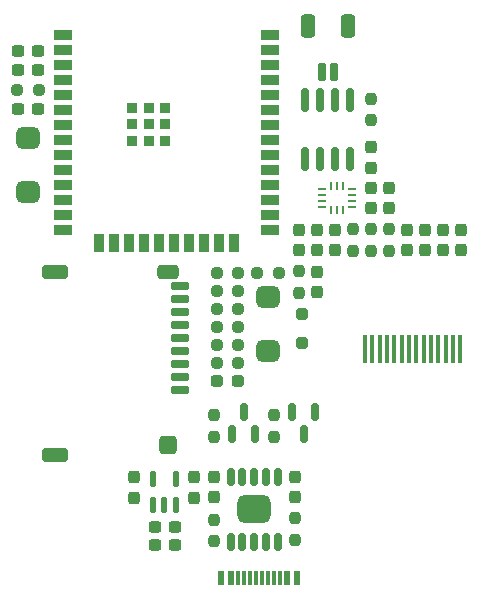
<source format=gbr>
%TF.GenerationSoftware,KiCad,Pcbnew,(7.0.0)*%
%TF.CreationDate,2023-02-28T10:18:41+08:00*%
%TF.ProjectId,ESP32_DK,45535033-325f-4444-9b2e-6b696361645f,rev?*%
%TF.SameCoordinates,Original*%
%TF.FileFunction,Paste,Top*%
%TF.FilePolarity,Positive*%
%FSLAX46Y46*%
G04 Gerber Fmt 4.6, Leading zero omitted, Abs format (unit mm)*
G04 Created by KiCad (PCBNEW (7.0.0)) date 2023-02-28 10:18:41*
%MOMM*%
%LPD*%
G01*
G04 APERTURE LIST*
G04 Aperture macros list*
%AMRoundRect*
0 Rectangle with rounded corners*
0 $1 Rounding radius*
0 $2 $3 $4 $5 $6 $7 $8 $9 X,Y pos of 4 corners*
0 Add a 4 corners polygon primitive as box body*
4,1,4,$2,$3,$4,$5,$6,$7,$8,$9,$2,$3,0*
0 Add four circle primitives for the rounded corners*
1,1,$1+$1,$2,$3*
1,1,$1+$1,$4,$5*
1,1,$1+$1,$6,$7*
1,1,$1+$1,$8,$9*
0 Add four rect primitives between the rounded corners*
20,1,$1+$1,$2,$3,$4,$5,0*
20,1,$1+$1,$4,$5,$6,$7,0*
20,1,$1+$1,$6,$7,$8,$9,0*
20,1,$1+$1,$8,$9,$2,$3,0*%
G04 Aperture macros list end*
%ADD10RoundRect,0.237500X0.250000X0.237500X-0.250000X0.237500X-0.250000X-0.237500X0.250000X-0.237500X0*%
%ADD11RoundRect,0.150000X-0.150000X0.587500X-0.150000X-0.587500X0.150000X-0.587500X0.150000X0.587500X0*%
%ADD12RoundRect,0.237500X0.237500X-0.300000X0.237500X0.300000X-0.237500X0.300000X-0.237500X-0.300000X0*%
%ADD13RoundRect,0.085000X-0.085000X1.115000X-0.085000X-1.115000X0.085000X-1.115000X0.085000X1.115000X0*%
%ADD14RoundRect,0.237500X0.300000X0.237500X-0.300000X0.237500X-0.300000X-0.237500X0.300000X-0.237500X0*%
%ADD15R,0.675000X0.250000*%
%ADD16R,0.250000X0.675000*%
%ADD17RoundRect,0.150000X0.150000X-0.825000X0.150000X0.825000X-0.150000X0.825000X-0.150000X-0.825000X0*%
%ADD18RoundRect,0.237500X0.237500X-0.250000X0.237500X0.250000X-0.237500X0.250000X-0.237500X-0.250000X0*%
%ADD19RoundRect,0.237500X-0.237500X0.300000X-0.237500X-0.300000X0.237500X-0.300000X0.237500X0.300000X0*%
%ADD20RoundRect,0.237500X-0.237500X0.250000X-0.237500X-0.250000X0.237500X-0.250000X0.237500X0.250000X0*%
%ADD21RoundRect,0.450000X-0.550000X0.450000X-0.550000X-0.450000X0.550000X-0.450000X0.550000X0.450000X0*%
%ADD22R,1.500000X0.900000*%
%ADD23R,0.900000X1.500000*%
%ADD24R,0.900000X0.900000*%
%ADD25RoundRect,0.150000X0.150000X-0.587500X0.150000X0.587500X-0.150000X0.587500X-0.150000X-0.587500X0*%
%ADD26RoundRect,0.150000X0.150000X-0.600000X0.150000X0.600000X-0.150000X0.600000X-0.150000X-0.600000X0*%
%ADD27RoundRect,0.600000X0.800000X-0.600000X0.800000X0.600000X-0.800000X0.600000X-0.800000X-0.600000X0*%
%ADD28RoundRect,0.137500X0.137500X-0.525000X0.137500X0.525000X-0.137500X0.525000X-0.137500X-0.525000X0*%
%ADD29RoundRect,0.237500X0.287500X0.237500X-0.287500X0.237500X-0.287500X-0.237500X0.287500X-0.237500X0*%
%ADD30RoundRect,0.250000X0.250000X-0.250000X0.250000X0.250000X-0.250000X0.250000X-0.250000X-0.250000X0*%
%ADD31RoundRect,0.237500X-0.300000X-0.237500X0.300000X-0.237500X0.300000X0.237500X-0.300000X0.237500X0*%
%ADD32RoundRect,0.237500X-0.250000X-0.237500X0.250000X-0.237500X0.250000X0.237500X-0.250000X0.237500X0*%
%ADD33RoundRect,0.450000X0.550000X-0.450000X0.550000X0.450000X-0.550000X0.450000X-0.550000X-0.450000X0*%
%ADD34RoundRect,0.175000X-0.625000X0.175000X-0.625000X-0.175000X0.625000X-0.175000X0.625000X0.175000X0*%
%ADD35RoundRect,0.300000X-0.600000X0.300000X-0.600000X-0.300000X0.600000X-0.300000X0.600000X0.300000X0*%
%ADD36RoundRect,0.300000X-0.800000X0.300000X-0.800000X-0.300000X0.800000X-0.300000X0.800000X0.300000X0*%
%ADD37RoundRect,0.375000X-0.375000X0.425000X-0.375000X-0.425000X0.375000X-0.425000X0.375000X0.425000X0*%
%ADD38R,0.600000X1.150000*%
%ADD39R,0.300000X1.150000*%
%ADD40RoundRect,0.150000X0.150000X0.650000X-0.150000X0.650000X-0.150000X-0.650000X0.150000X-0.650000X0*%
%ADD41RoundRect,0.300000X0.300000X0.700000X-0.300000X0.700000X-0.300000X-0.700000X0.300000X-0.700000X0*%
G04 APERTURE END LIST*
D10*
%TO.C,R5*%
X68476500Y-153402000D03*
X66651500Y-153402000D03*
%TD*%
D11*
%TO.C,Q2*%
X74965600Y-162154000D03*
X73065600Y-162154000D03*
X74015600Y-164029000D03*
%TD*%
D12*
%TO.C,C14*%
X85852000Y-148436500D03*
X85852000Y-146711500D03*
%TD*%
D13*
%TO.C,U4*%
X87271000Y-156845000D03*
X86651000Y-156845000D03*
X86031000Y-156845000D03*
X85411000Y-156845000D03*
X84791000Y-156845000D03*
X84171000Y-156845000D03*
X83551000Y-156845000D03*
X82931000Y-156845000D03*
X82311000Y-156845000D03*
X81691000Y-156845000D03*
X81071000Y-156845000D03*
X80451000Y-156845000D03*
X79831000Y-156845000D03*
X79211000Y-156845000D03*
%TD*%
D10*
%TO.C,R2*%
X68476500Y-151878000D03*
X66651500Y-151878000D03*
%TD*%
%TO.C,R1*%
X68476500Y-150354000D03*
X66651500Y-150354000D03*
%TD*%
D14*
%TO.C,C1*%
X51535500Y-136525000D03*
X49810500Y-136525000D03*
%TD*%
D15*
%TO.C,U3*%
X75572499Y-143267999D03*
X75572499Y-143767999D03*
X75572499Y-144267999D03*
X75572499Y-144767999D03*
D16*
X76334999Y-145030499D03*
X76834999Y-145030499D03*
X77334999Y-145030499D03*
D15*
X78097499Y-144767999D03*
X78097499Y-144267999D03*
X78097499Y-143767999D03*
X78097499Y-143267999D03*
D16*
X77334999Y-143005499D03*
X76834999Y-143005499D03*
X76334999Y-143005499D03*
%TD*%
D17*
%TO.C,U2*%
X74168000Y-140713000D03*
X75438000Y-140713000D03*
X76708000Y-140713000D03*
X77978000Y-140713000D03*
X77978000Y-135763000D03*
X76708000Y-135763000D03*
X75438000Y-135763000D03*
X74168000Y-135763000D03*
%TD*%
D18*
%TO.C,R10*%
X79756000Y-137437500D03*
X79756000Y-135612500D03*
%TD*%
D19*
%TO.C,C21*%
X66405000Y-167654700D03*
X66405000Y-169379700D03*
%TD*%
D12*
%TO.C,C8*%
X81280000Y-144880500D03*
X81280000Y-143155500D03*
%TD*%
D20*
%TO.C,R9*%
X73660000Y-150217500D03*
X73660000Y-152042500D03*
%TD*%
D10*
%TO.C,R8*%
X71905500Y-150354000D03*
X70080500Y-150354000D03*
%TD*%
D12*
%TO.C,C11*%
X76708000Y-148436500D03*
X76708000Y-146711500D03*
%TD*%
D20*
%TO.C,R16*%
X66395600Y-162433000D03*
X66395600Y-164258000D03*
%TD*%
D21*
%TO.C,SW2*%
X70993000Y-152372000D03*
X70993000Y-156972000D03*
%TD*%
D12*
%TO.C,C13*%
X87376000Y-148436500D03*
X87376000Y-146711500D03*
%TD*%
D18*
%TO.C,R17*%
X71475600Y-164258000D03*
X71475600Y-162433000D03*
%TD*%
D22*
%TO.C,U1*%
X53656199Y-130232999D03*
X53656199Y-131502999D03*
X53656199Y-132772999D03*
X53656199Y-134042999D03*
X53656199Y-135312999D03*
X53656199Y-136582999D03*
X53656199Y-137852999D03*
X53656199Y-139122999D03*
X53656199Y-140392999D03*
X53656199Y-141662999D03*
X53656199Y-142932999D03*
X53656199Y-144202999D03*
X53656199Y-145472999D03*
X53656199Y-146742999D03*
D23*
X56691199Y-147837999D03*
X57961199Y-147837999D03*
X59231199Y-147837999D03*
X60501199Y-147837999D03*
X61771199Y-147837999D03*
X63041199Y-147837999D03*
X64311199Y-147837999D03*
X65581199Y-147837999D03*
X66851199Y-147837999D03*
X68121199Y-147837999D03*
D22*
X71156199Y-146742999D03*
X71156199Y-145472999D03*
X71156199Y-144202999D03*
X71156199Y-142932999D03*
X71156199Y-141662999D03*
X71156199Y-140392999D03*
X71156199Y-139122999D03*
X71156199Y-137852999D03*
X71156199Y-136582999D03*
X71156199Y-135312999D03*
X71156199Y-134042999D03*
X71156199Y-132772999D03*
X71156199Y-131502999D03*
X71156199Y-130232999D03*
D24*
X59506199Y-136397999D03*
X59506199Y-137797999D03*
X59506199Y-139197999D03*
X60906199Y-136397999D03*
X60906199Y-137797999D03*
X60906199Y-139197999D03*
X62306199Y-136397999D03*
X62306199Y-137797999D03*
X62306199Y-139197999D03*
%TD*%
D10*
%TO.C,R6*%
X68476500Y-154926000D03*
X66651500Y-154926000D03*
%TD*%
D12*
%TO.C,C10*%
X75184000Y-151992500D03*
X75184000Y-150267500D03*
%TD*%
D14*
%TO.C,C4*%
X51535500Y-131572000D03*
X49810500Y-131572000D03*
%TD*%
D12*
%TO.C,C6*%
X79756000Y-144880500D03*
X79756000Y-143155500D03*
%TD*%
D20*
%TO.C,R11*%
X81280000Y-146661500D03*
X81280000Y-148486500D03*
%TD*%
D25*
%TO.C,Q1*%
X67985600Y-164029000D03*
X69885600Y-164029000D03*
X68935600Y-162154000D03*
%TD*%
D10*
%TO.C,R7*%
X68476500Y-156450000D03*
X66651500Y-156450000D03*
%TD*%
D14*
%TO.C,C3*%
X51535500Y-133223000D03*
X49810500Y-133223000D03*
%TD*%
D26*
%TO.C,U5*%
X67834000Y-173140000D03*
X68834000Y-173140000D03*
X69834000Y-173140000D03*
X70834000Y-173140000D03*
X71834000Y-173140000D03*
X71834000Y-167640000D03*
X70834000Y-167640000D03*
X69834000Y-167640000D03*
X68834000Y-167640000D03*
X67834000Y-167640000D03*
D27*
X69834000Y-170390000D03*
%TD*%
D12*
%TO.C,C9*%
X84328000Y-148436500D03*
X84328000Y-146711500D03*
%TD*%
D28*
%TO.C,U6*%
X61280000Y-170047500D03*
X62230000Y-170047500D03*
X63180000Y-170047500D03*
X63180000Y-167772500D03*
X61280000Y-167772500D03*
%TD*%
D19*
%TO.C,C19*%
X73263000Y-167654700D03*
X73263000Y-169379700D03*
%TD*%
%TO.C,C5*%
X79756000Y-139726500D03*
X79756000Y-141451500D03*
%TD*%
D29*
%TO.C,D1*%
X68439000Y-159498000D03*
X66689000Y-159498000D03*
%TD*%
D20*
%TO.C,R13*%
X78232000Y-146661500D03*
X78232000Y-148486500D03*
%TD*%
D30*
%TO.C,D2*%
X73914000Y-156317000D03*
X73914000Y-153817000D03*
%TD*%
D31*
%TO.C,C17*%
X61394000Y-173381500D03*
X63119000Y-173381500D03*
%TD*%
%TO.C,C16*%
X61394000Y-171857500D03*
X63119000Y-171857500D03*
%TD*%
D32*
%TO.C,R4*%
X49760500Y-134874000D03*
X51585500Y-134874000D03*
%TD*%
D18*
%TO.C,R14*%
X66405000Y-173080500D03*
X66405000Y-171255500D03*
%TD*%
D33*
%TO.C,SW1*%
X50673000Y-143524000D03*
X50673000Y-138924000D03*
%TD*%
D18*
%TO.C,R15*%
X73263000Y-172953500D03*
X73263000Y-171128500D03*
%TD*%
D34*
%TO.C,SD1*%
X63561000Y-160315000D03*
X63561000Y-159215000D03*
X63561000Y-158115000D03*
X63561000Y-157015000D03*
X63561000Y-155915000D03*
X63561000Y-154815000D03*
X63561000Y-153715000D03*
X63561000Y-152615000D03*
X63561000Y-151515000D03*
D35*
X62511000Y-150315000D03*
D36*
X52961000Y-150315000D03*
D37*
X62511000Y-164915000D03*
D36*
X52961000Y-165815000D03*
%TD*%
D38*
%TO.C,USB1*%
X67030999Y-176190999D03*
X67830999Y-176190999D03*
D39*
X68980999Y-176190999D03*
X69980999Y-176190999D03*
X70480999Y-176190999D03*
X68480999Y-176190999D03*
D38*
X73430999Y-176190999D03*
X72630999Y-176190999D03*
D39*
X71980999Y-176190999D03*
X70980999Y-176190999D03*
X69480999Y-176190999D03*
X71480999Y-176190999D03*
%TD*%
D40*
%TO.C,J1*%
X76573000Y-133361000D03*
X75573000Y-133361000D03*
D41*
X77773000Y-129461000D03*
X74373000Y-129461000D03*
%TD*%
D12*
%TO.C,C12*%
X73660000Y-148436500D03*
X73660000Y-146711500D03*
%TD*%
D10*
%TO.C,R3*%
X68476500Y-157974000D03*
X66651500Y-157974000D03*
%TD*%
D12*
%TO.C,C7*%
X82804000Y-148436500D03*
X82804000Y-146711500D03*
%TD*%
D20*
%TO.C,R12*%
X79756000Y-146661500D03*
X79756000Y-148486500D03*
%TD*%
D12*
%TO.C,C15*%
X75184000Y-148436500D03*
X75184000Y-146711500D03*
%TD*%
D19*
%TO.C,C18*%
X64770000Y-167666500D03*
X64770000Y-169391500D03*
%TD*%
%TO.C,C20*%
X59690000Y-167666500D03*
X59690000Y-169391500D03*
%TD*%
M02*

</source>
